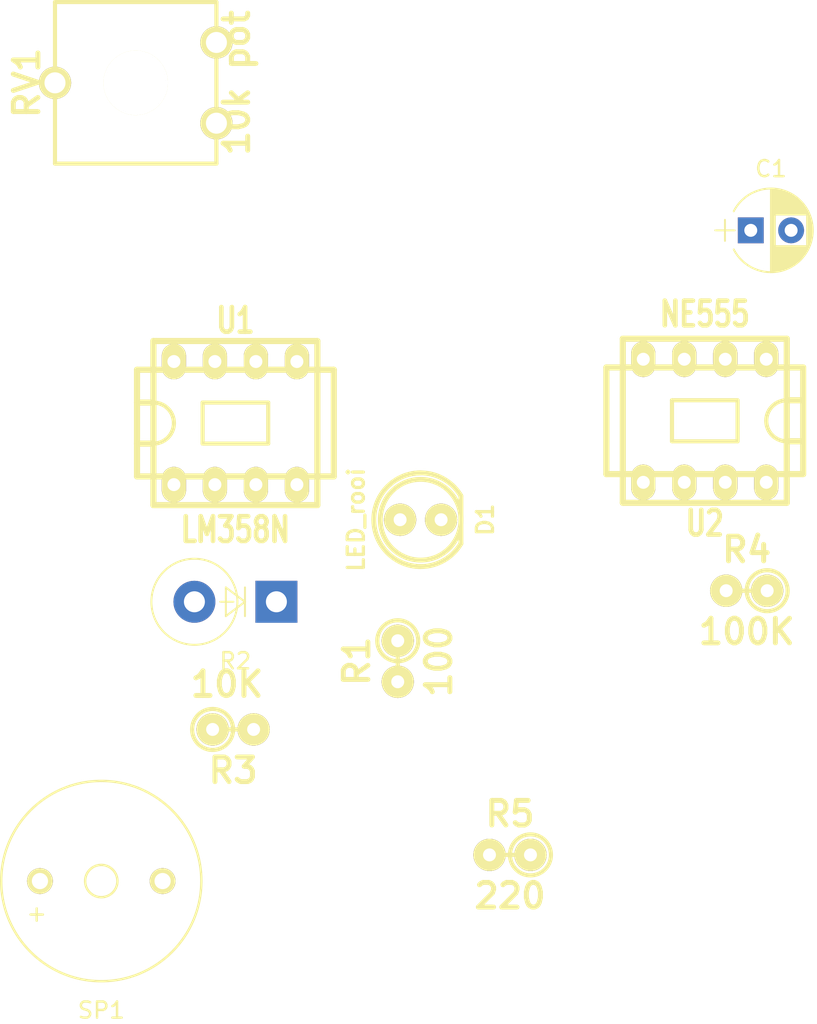
<source format=kicad_pcb>
(kicad_pcb (version 4) (host pcbnew 4.0.4-stable)

  (general
    (links 22)
    (no_connects 22)
    (area 109.18002 73.157739 159.783161 135.441)
    (thickness 1.6)
    (drawings 0)
    (tracks 0)
    (zones 0)
    (modules 11)
    (nets 11)
  )

  (page A4)
  (title_block
    (date 2018-04-28)
    (rev "0.1 20180428")
    (company "©2018 EasyLab4Kids")
    (comment 3 "Ontwerp: Michiel Erasmus")
  )

  (layers
    (0 F.Cu signal)
    (31 B.Cu signal)
    (32 B.Adhes user)
    (33 F.Adhes user)
    (34 B.Paste user)
    (35 F.Paste user)
    (36 B.SilkS user)
    (37 F.SilkS user)
    (38 B.Mask user)
    (39 F.Mask user)
    (40 Dwgs.User user)
    (41 Cmts.User user)
    (42 Eco1.User user)
    (43 Eco2.User user)
    (44 Edge.Cuts user)
    (45 Margin user)
    (46 B.CrtYd user)
    (47 F.CrtYd user)
    (48 B.Fab user)
    (49 F.Fab user)
  )

  (setup
    (last_trace_width 0.25)
    (trace_clearance 0.2)
    (zone_clearance 0.508)
    (zone_45_only no)
    (trace_min 0.2)
    (segment_width 0.2)
    (edge_width 0.15)
    (via_size 0.6)
    (via_drill 0.4)
    (via_min_size 0.4)
    (via_min_drill 0.3)
    (uvia_size 0.3)
    (uvia_drill 0.1)
    (uvias_allowed no)
    (uvia_min_size 0.2)
    (uvia_min_drill 0.1)
    (pcb_text_width 0.3)
    (pcb_text_size 1.5 1.5)
    (mod_edge_width 0.15)
    (mod_text_size 1 1)
    (mod_text_width 0.15)
    (pad_size 1.524 1.524)
    (pad_drill 0.762)
    (pad_to_mask_clearance 0.2)
    (aux_axis_origin 0 0)
    (visible_elements 7FFFFFFF)
    (pcbplotparams
      (layerselection 0x00030_80000001)
      (usegerberextensions false)
      (excludeedgelayer true)
      (linewidth 0.100000)
      (plotframeref false)
      (viasonmask false)
      (mode 1)
      (useauxorigin false)
      (hpglpennumber 1)
      (hpglpenspeed 20)
      (hpglpendiameter 15)
      (hpglpenoverlay 2)
      (psnegative false)
      (psa4output false)
      (plotreference true)
      (plotvalue true)
      (plotinvisibletext false)
      (padsonsilk false)
      (subtractmaskfromsilk false)
      (outputformat 1)
      (mirror false)
      (drillshape 1)
      (scaleselection 1)
      (outputdirectory ""))
  )

  (net 0 "")
  (net 1 "Net-(C1-Pad1)")
  (net 2 GND)
  (net 3 "Net-(D1-Pad1)")
  (net 4 +5V)
  (net 5 "Net-(R2-Pad2)")
  (net 6 "Net-(R5-Pad1)")
  (net 7 "Net-(R5-Pad2)")
  (net 8 "Net-(RV1-Pad2)")
  (net 9 "Net-(U1-Pad1)")
  (net 10 "Net-(U2-Pad5)")

  (net_class Default "Dit is de standaard class."
    (clearance 0.2)
    (trace_width 0.25)
    (via_dia 0.6)
    (via_drill 0.4)
    (uvia_dia 0.3)
    (uvia_drill 0.1)
    (add_net +5V)
    (add_net GND)
    (add_net "Net-(C1-Pad1)")
    (add_net "Net-(D1-Pad1)")
    (add_net "Net-(R2-Pad2)")
    (add_net "Net-(R5-Pad1)")
    (add_net "Net-(R5-Pad2)")
    (add_net "Net-(RV1-Pad2)")
    (add_net "Net-(U1-Pad1)")
    (add_net "Net-(U2-Pad5)")
  )

  (module Capacitors_ThroughHole:CP_Radial_D5.0mm_P2.50mm (layer F.Cu) (tedit 597BC7C2) (tstamp 5AE4C302)
    (at 155.45816 87.61984)
    (descr "CP, Radial series, Radial, pin pitch=2.50mm, , diameter=5mm, Electrolytic Capacitor")
    (tags "CP Radial series Radial pin pitch 2.50mm  diameter 5mm Electrolytic Capacitor")
    (path /5AE4CD11)
    (fp_text reference C1 (at 1.25 -3.81) (layer F.SilkS)
      (effects (font (size 1 1) (thickness 0.15)))
    )
    (fp_text value 10uF (at 1.25 3.81) (layer F.Fab)
      (effects (font (size 1 1) (thickness 0.15)))
    )
    (fp_arc (start 1.25 0) (end -1.05558 -1.18) (angle 125.8) (layer F.SilkS) (width 0.12))
    (fp_arc (start 1.25 0) (end -1.05558 1.18) (angle -125.8) (layer F.SilkS) (width 0.12))
    (fp_arc (start 1.25 0) (end 3.55558 -1.18) (angle 54.2) (layer F.SilkS) (width 0.12))
    (fp_circle (center 1.25 0) (end 3.75 0) (layer F.Fab) (width 0.1))
    (fp_line (start -2.2 0) (end -1 0) (layer F.Fab) (width 0.1))
    (fp_line (start -1.6 -0.65) (end -1.6 0.65) (layer F.Fab) (width 0.1))
    (fp_line (start 1.25 -2.55) (end 1.25 2.55) (layer F.SilkS) (width 0.12))
    (fp_line (start 1.29 -2.55) (end 1.29 2.55) (layer F.SilkS) (width 0.12))
    (fp_line (start 1.33 -2.549) (end 1.33 2.549) (layer F.SilkS) (width 0.12))
    (fp_line (start 1.37 -2.548) (end 1.37 2.548) (layer F.SilkS) (width 0.12))
    (fp_line (start 1.41 -2.546) (end 1.41 2.546) (layer F.SilkS) (width 0.12))
    (fp_line (start 1.45 -2.543) (end 1.45 2.543) (layer F.SilkS) (width 0.12))
    (fp_line (start 1.49 -2.539) (end 1.49 2.539) (layer F.SilkS) (width 0.12))
    (fp_line (start 1.53 -2.535) (end 1.53 -0.98) (layer F.SilkS) (width 0.12))
    (fp_line (start 1.53 0.98) (end 1.53 2.535) (layer F.SilkS) (width 0.12))
    (fp_line (start 1.57 -2.531) (end 1.57 -0.98) (layer F.SilkS) (width 0.12))
    (fp_line (start 1.57 0.98) (end 1.57 2.531) (layer F.SilkS) (width 0.12))
    (fp_line (start 1.61 -2.525) (end 1.61 -0.98) (layer F.SilkS) (width 0.12))
    (fp_line (start 1.61 0.98) (end 1.61 2.525) (layer F.SilkS) (width 0.12))
    (fp_line (start 1.65 -2.519) (end 1.65 -0.98) (layer F.SilkS) (width 0.12))
    (fp_line (start 1.65 0.98) (end 1.65 2.519) (layer F.SilkS) (width 0.12))
    (fp_line (start 1.69 -2.513) (end 1.69 -0.98) (layer F.SilkS) (width 0.12))
    (fp_line (start 1.69 0.98) (end 1.69 2.513) (layer F.SilkS) (width 0.12))
    (fp_line (start 1.73 -2.506) (end 1.73 -0.98) (layer F.SilkS) (width 0.12))
    (fp_line (start 1.73 0.98) (end 1.73 2.506) (layer F.SilkS) (width 0.12))
    (fp_line (start 1.77 -2.498) (end 1.77 -0.98) (layer F.SilkS) (width 0.12))
    (fp_line (start 1.77 0.98) (end 1.77 2.498) (layer F.SilkS) (width 0.12))
    (fp_line (start 1.81 -2.489) (end 1.81 -0.98) (layer F.SilkS) (width 0.12))
    (fp_line (start 1.81 0.98) (end 1.81 2.489) (layer F.SilkS) (width 0.12))
    (fp_line (start 1.85 -2.48) (end 1.85 -0.98) (layer F.SilkS) (width 0.12))
    (fp_line (start 1.85 0.98) (end 1.85 2.48) (layer F.SilkS) (width 0.12))
    (fp_line (start 1.89 -2.47) (end 1.89 -0.98) (layer F.SilkS) (width 0.12))
    (fp_line (start 1.89 0.98) (end 1.89 2.47) (layer F.SilkS) (width 0.12))
    (fp_line (start 1.93 -2.46) (end 1.93 -0.98) (layer F.SilkS) (width 0.12))
    (fp_line (start 1.93 0.98) (end 1.93 2.46) (layer F.SilkS) (width 0.12))
    (fp_line (start 1.971 -2.448) (end 1.971 -0.98) (layer F.SilkS) (width 0.12))
    (fp_line (start 1.971 0.98) (end 1.971 2.448) (layer F.SilkS) (width 0.12))
    (fp_line (start 2.011 -2.436) (end 2.011 -0.98) (layer F.SilkS) (width 0.12))
    (fp_line (start 2.011 0.98) (end 2.011 2.436) (layer F.SilkS) (width 0.12))
    (fp_line (start 2.051 -2.424) (end 2.051 -0.98) (layer F.SilkS) (width 0.12))
    (fp_line (start 2.051 0.98) (end 2.051 2.424) (layer F.SilkS) (width 0.12))
    (fp_line (start 2.091 -2.41) (end 2.091 -0.98) (layer F.SilkS) (width 0.12))
    (fp_line (start 2.091 0.98) (end 2.091 2.41) (layer F.SilkS) (width 0.12))
    (fp_line (start 2.131 -2.396) (end 2.131 -0.98) (layer F.SilkS) (width 0.12))
    (fp_line (start 2.131 0.98) (end 2.131 2.396) (layer F.SilkS) (width 0.12))
    (fp_line (start 2.171 -2.382) (end 2.171 -0.98) (layer F.SilkS) (width 0.12))
    (fp_line (start 2.171 0.98) (end 2.171 2.382) (layer F.SilkS) (width 0.12))
    (fp_line (start 2.211 -2.366) (end 2.211 -0.98) (layer F.SilkS) (width 0.12))
    (fp_line (start 2.211 0.98) (end 2.211 2.366) (layer F.SilkS) (width 0.12))
    (fp_line (start 2.251 -2.35) (end 2.251 -0.98) (layer F.SilkS) (width 0.12))
    (fp_line (start 2.251 0.98) (end 2.251 2.35) (layer F.SilkS) (width 0.12))
    (fp_line (start 2.291 -2.333) (end 2.291 -0.98) (layer F.SilkS) (width 0.12))
    (fp_line (start 2.291 0.98) (end 2.291 2.333) (layer F.SilkS) (width 0.12))
    (fp_line (start 2.331 -2.315) (end 2.331 -0.98) (layer F.SilkS) (width 0.12))
    (fp_line (start 2.331 0.98) (end 2.331 2.315) (layer F.SilkS) (width 0.12))
    (fp_line (start 2.371 -2.296) (end 2.371 -0.98) (layer F.SilkS) (width 0.12))
    (fp_line (start 2.371 0.98) (end 2.371 2.296) (layer F.SilkS) (width 0.12))
    (fp_line (start 2.411 -2.276) (end 2.411 -0.98) (layer F.SilkS) (width 0.12))
    (fp_line (start 2.411 0.98) (end 2.411 2.276) (layer F.SilkS) (width 0.12))
    (fp_line (start 2.451 -2.256) (end 2.451 -0.98) (layer F.SilkS) (width 0.12))
    (fp_line (start 2.451 0.98) (end 2.451 2.256) (layer F.SilkS) (width 0.12))
    (fp_line (start 2.491 -2.234) (end 2.491 -0.98) (layer F.SilkS) (width 0.12))
    (fp_line (start 2.491 0.98) (end 2.491 2.234) (layer F.SilkS) (width 0.12))
    (fp_line (start 2.531 -2.212) (end 2.531 -0.98) (layer F.SilkS) (width 0.12))
    (fp_line (start 2.531 0.98) (end 2.531 2.212) (layer F.SilkS) (width 0.12))
    (fp_line (start 2.571 -2.189) (end 2.571 -0.98) (layer F.SilkS) (width 0.12))
    (fp_line (start 2.571 0.98) (end 2.571 2.189) (layer F.SilkS) (width 0.12))
    (fp_line (start 2.611 -2.165) (end 2.611 -0.98) (layer F.SilkS) (width 0.12))
    (fp_line (start 2.611 0.98) (end 2.611 2.165) (layer F.SilkS) (width 0.12))
    (fp_line (start 2.651 -2.14) (end 2.651 -0.98) (layer F.SilkS) (width 0.12))
    (fp_line (start 2.651 0.98) (end 2.651 2.14) (layer F.SilkS) (width 0.12))
    (fp_line (start 2.691 -2.113) (end 2.691 -0.98) (layer F.SilkS) (width 0.12))
    (fp_line (start 2.691 0.98) (end 2.691 2.113) (layer F.SilkS) (width 0.12))
    (fp_line (start 2.731 -2.086) (end 2.731 -0.98) (layer F.SilkS) (width 0.12))
    (fp_line (start 2.731 0.98) (end 2.731 2.086) (layer F.SilkS) (width 0.12))
    (fp_line (start 2.771 -2.058) (end 2.771 -0.98) (layer F.SilkS) (width 0.12))
    (fp_line (start 2.771 0.98) (end 2.771 2.058) (layer F.SilkS) (width 0.12))
    (fp_line (start 2.811 -2.028) (end 2.811 -0.98) (layer F.SilkS) (width 0.12))
    (fp_line (start 2.811 0.98) (end 2.811 2.028) (layer F.SilkS) (width 0.12))
    (fp_line (start 2.851 -1.997) (end 2.851 -0.98) (layer F.SilkS) (width 0.12))
    (fp_line (start 2.851 0.98) (end 2.851 1.997) (layer F.SilkS) (width 0.12))
    (fp_line (start 2.891 -1.965) (end 2.891 -0.98) (layer F.SilkS) (width 0.12))
    (fp_line (start 2.891 0.98) (end 2.891 1.965) (layer F.SilkS) (width 0.12))
    (fp_line (start 2.931 -1.932) (end 2.931 -0.98) (layer F.SilkS) (width 0.12))
    (fp_line (start 2.931 0.98) (end 2.931 1.932) (layer F.SilkS) (width 0.12))
    (fp_line (start 2.971 -1.897) (end 2.971 -0.98) (layer F.SilkS) (width 0.12))
    (fp_line (start 2.971 0.98) (end 2.971 1.897) (layer F.SilkS) (width 0.12))
    (fp_line (start 3.011 -1.861) (end 3.011 -0.98) (layer F.SilkS) (width 0.12))
    (fp_line (start 3.011 0.98) (end 3.011 1.861) (layer F.SilkS) (width 0.12))
    (fp_line (start 3.051 -1.823) (end 3.051 -0.98) (layer F.SilkS) (width 0.12))
    (fp_line (start 3.051 0.98) (end 3.051 1.823) (layer F.SilkS) (width 0.12))
    (fp_line (start 3.091 -1.783) (end 3.091 -0.98) (layer F.SilkS) (width 0.12))
    (fp_line (start 3.091 0.98) (end 3.091 1.783) (layer F.SilkS) (width 0.12))
    (fp_line (start 3.131 -1.742) (end 3.131 -0.98) (layer F.SilkS) (width 0.12))
    (fp_line (start 3.131 0.98) (end 3.131 1.742) (layer F.SilkS) (width 0.12))
    (fp_line (start 3.171 -1.699) (end 3.171 -0.98) (layer F.SilkS) (width 0.12))
    (fp_line (start 3.171 0.98) (end 3.171 1.699) (layer F.SilkS) (width 0.12))
    (fp_line (start 3.211 -1.654) (end 3.211 -0.98) (layer F.SilkS) (width 0.12))
    (fp_line (start 3.211 0.98) (end 3.211 1.654) (layer F.SilkS) (width 0.12))
    (fp_line (start 3.251 -1.606) (end 3.251 -0.98) (layer F.SilkS) (width 0.12))
    (fp_line (start 3.251 0.98) (end 3.251 1.606) (layer F.SilkS) (width 0.12))
    (fp_line (start 3.291 -1.556) (end 3.291 -0.98) (layer F.SilkS) (width 0.12))
    (fp_line (start 3.291 0.98) (end 3.291 1.556) (layer F.SilkS) (width 0.12))
    (fp_line (start 3.331 -1.504) (end 3.331 -0.98) (layer F.SilkS) (width 0.12))
    (fp_line (start 3.331 0.98) (end 3.331 1.504) (layer F.SilkS) (width 0.12))
    (fp_line (start 3.371 -1.448) (end 3.371 -0.98) (layer F.SilkS) (width 0.12))
    (fp_line (start 3.371 0.98) (end 3.371 1.448) (layer F.SilkS) (width 0.12))
    (fp_line (start 3.411 -1.39) (end 3.411 -0.98) (layer F.SilkS) (width 0.12))
    (fp_line (start 3.411 0.98) (end 3.411 1.39) (layer F.SilkS) (width 0.12))
    (fp_line (start 3.451 -1.327) (end 3.451 -0.98) (layer F.SilkS) (width 0.12))
    (fp_line (start 3.451 0.98) (end 3.451 1.327) (layer F.SilkS) (width 0.12))
    (fp_line (start 3.491 -1.261) (end 3.491 1.261) (layer F.SilkS) (width 0.12))
    (fp_line (start 3.531 -1.189) (end 3.531 1.189) (layer F.SilkS) (width 0.12))
    (fp_line (start 3.571 -1.112) (end 3.571 1.112) (layer F.SilkS) (width 0.12))
    (fp_line (start 3.611 -1.028) (end 3.611 1.028) (layer F.SilkS) (width 0.12))
    (fp_line (start 3.651 -0.934) (end 3.651 0.934) (layer F.SilkS) (width 0.12))
    (fp_line (start 3.691 -0.829) (end 3.691 0.829) (layer F.SilkS) (width 0.12))
    (fp_line (start 3.731 -0.707) (end 3.731 0.707) (layer F.SilkS) (width 0.12))
    (fp_line (start 3.771 -0.559) (end 3.771 0.559) (layer F.SilkS) (width 0.12))
    (fp_line (start 3.811 -0.354) (end 3.811 0.354) (layer F.SilkS) (width 0.12))
    (fp_line (start -2.2 0) (end -1 0) (layer F.SilkS) (width 0.12))
    (fp_line (start -1.6 -0.65) (end -1.6 0.65) (layer F.SilkS) (width 0.12))
    (fp_line (start -1.6 -2.85) (end -1.6 2.85) (layer F.CrtYd) (width 0.05))
    (fp_line (start -1.6 2.85) (end 4.1 2.85) (layer F.CrtYd) (width 0.05))
    (fp_line (start 4.1 2.85) (end 4.1 -2.85) (layer F.CrtYd) (width 0.05))
    (fp_line (start 4.1 -2.85) (end -1.6 -2.85) (layer F.CrtYd) (width 0.05))
    (fp_text user %R (at 1.25 0) (layer F.Fab)
      (effects (font (size 1 1) (thickness 0.15)))
    )
    (pad 1 thru_hole rect (at 0 0) (size 1.6 1.6) (drill 0.8) (layers *.Cu *.Mask)
      (net 1 "Net-(C1-Pad1)"))
    (pad 2 thru_hole circle (at 2.5 0) (size 1.6 1.6) (drill 0.8) (layers *.Cu *.Mask)
      (net 2 GND))
    (model ${KISYS3DMOD}/Capacitors_THT.3dshapes/CP_Radial_D5.0mm_P2.50mm.wrl
      (at (xyz 0 0 0))
      (scale (xyz 1 1 1))
      (rotate (xyz 0 0 0))
    )
  )

  (module w_indicators:led_5mm_red (layer F.Cu) (tedit 0) (tstamp 5AE4C308)
    (at 135.001 105.537 90)
    (descr "5mm red led")
    (tags led)
    (path /5AE4E45C)
    (fp_text reference D1 (at 0 4 90) (layer F.SilkS)
      (effects (font (size 1 1) (thickness 0.2)))
    )
    (fp_text value LED_rooi (at 0 -4 90) (layer F.SilkS)
      (effects (font (size 1 1) (thickness 0.2)))
    )
    (fp_line (start -1.47066 2.49936) (end 1.47066 2.49936) (layer F.SilkS) (width 0.29972))
    (fp_arc (start 0 0) (end 2.4892 -1.49098) (angle 90) (layer F.SilkS) (width 0.29972))
    (fp_arc (start 0 0) (end -1.47066 2.49936) (angle 90) (layer F.SilkS) (width 0.29972))
    (fp_arc (start 0 0) (end 0 -2.90068) (angle 90) (layer F.SilkS) (width 0.29972))
    (fp_arc (start 0 0) (end -2.90068 0) (angle 90) (layer F.SilkS) (width 0.29972))
    (fp_circle (center 0 0) (end -2.49936 0) (layer F.SilkS) (width 0.29972))
    (pad 1 thru_hole circle (at 0 -1.27 90) (size 1.99898 1.99898) (drill 0.8001) (layers *.Cu *.Mask F.SilkS)
      (net 3 "Net-(D1-Pad1)"))
    (pad 2 thru_hole circle (at 0 1.27 90) (size 1.99898 1.99898) (drill 0.8001) (layers *.Cu *.Mask F.SilkS)
      (net 4 +5V))
    (model walter/indicators/led_5mm_red.wrl
      (at (xyz 0 0 0))
      (scale (xyz 1 1 1))
      (rotate (xyz 0 0 0))
    )
  )

  (module w_pth_resistors:rc05_vert (layer F.Cu) (tedit 0) (tstamp 5AE4C30E)
    (at 133.58368 114.3 270)
    (descr "Resistor, RC05 vertical")
    (path /5AE4E5F6)
    (fp_text reference R1 (at 0 2.54 270) (layer F.SilkS)
      (effects (font (thickness 0.3048)))
    )
    (fp_text value 100 (at 0 -2.54 270) (layer F.SilkS)
      (effects (font (thickness 0.3048)))
    )
    (fp_line (start -1.27 0) (end 1.27 0) (layer F.SilkS) (width 0.254))
    (fp_circle (center -1.27 0) (end 0 0) (layer F.SilkS) (width 0.254))
    (pad 1 thru_hole circle (at -1.27 0 270) (size 1.99898 1.99898) (drill 0.8001) (layers *.Cu *.Mask F.SilkS)
      (net 3 "Net-(D1-Pad1)"))
    (pad 2 thru_hole circle (at 1.27 0 270) (size 1.99898 1.99898) (drill 0.8001) (layers *.Cu *.Mask F.SilkS)
      (net 2 GND))
    (model walter/pth_resistors/rc05vert.wrl
      (at (xyz 0 0 0))
      (scale (xyz 1 1 1))
      (rotate (xyz 0 0 0))
    )
  )

  (module Diodes_ThroughHole:D_DO-201_P5.08mm_Vertical_KathodeUp (layer F.Cu) (tedit 5AE4CC29) (tstamp 5AE4C314)
    (at 126.06528 110.617 180)
    (descr "D, DO-201 series, Axial, Vertical, pin pitch=5.08mm, , length*diameter=9.53*5.21mm^2, , http://www.diodes.com/_files/packages/DO-201.pdf")
    (tags "D DO-201 series Axial Vertical pin pitch 5.08mm  length 9.53mm diameter 5.21mm")
    (path /5AE4B0C4)
    (fp_text reference R2 (at 2.54 -3.665 180) (layer F.SilkS)
      (effects (font (size 1 1) (thickness 0.15)))
    )
    (fp_text value Photores (at 2.57048 3.74396 180) (layer F.Fab)
      (effects (font (size 1 1) (thickness 0.15)))
    )
    (fp_text user K (at -2 0 180) (layer F.Fab)
      (effects (font (size 1 1) (thickness 0.15)))
    )
    (fp_text user %R (at 2.54 0 180) (layer F.Fab)
      (effects (font (size 1 1) (thickness 0.15)))
    )
    (fp_line (start 0 0) (end 5.08 0) (layer F.Fab) (width 0.1))
    (fp_line (start 2.665 0) (end 3.48 0) (layer F.SilkS) (width 0.12))
    (fp_line (start 1.947333 -0.889) (end 1.947333 0.889) (layer F.SilkS) (width 0.12))
    (fp_line (start 1.947333 0) (end 3.132667 -0.889) (layer F.SilkS) (width 0.12))
    (fp_line (start 3.132667 -0.889) (end 3.132667 0.889) (layer F.SilkS) (width 0.12))
    (fp_line (start 3.132667 0.889) (end 1.947333 0) (layer F.SilkS) (width 0.12))
    (fp_line (start -1.65 -2.95) (end -1.65 2.95) (layer F.CrtYd) (width 0.05))
    (fp_line (start -1.65 2.95) (end 8 2.95) (layer F.CrtYd) (width 0.05))
    (fp_line (start 8 2.95) (end 8 -2.95) (layer F.CrtYd) (width 0.05))
    (fp_line (start 8 -2.95) (end -1.65 -2.95) (layer F.CrtYd) (width 0.05))
    (fp_circle (center 5.08 0) (end 7.685 0) (layer F.Fab) (width 0.1))
    (fp_circle (center 5.08 0) (end 7.745 0) (layer F.SilkS) (width 0.12))
    (pad 1 thru_hole rect (at 0 0 180) (size 2.6 2.6) (drill 1.3) (layers *.Cu *.Mask)
      (net 4 +5V))
    (pad 2 thru_hole oval (at 5.08 0 180) (size 2.6 2.6) (drill 1.3) (layers *.Cu *.Mask)
      (net 5 "Net-(R2-Pad2)"))
    (model ${KISYS3DMOD}/Diodes_THT.3dshapes/D_DO-201_P5.08mm_Vertical_KathodeUp.wrl
      (at (xyz 0 0 0))
      (scale (xyz 0.393701 0.393701 0.393701))
      (rotate (xyz 0 0 0))
    )
  )

  (module w_pth_resistors:rc05_vert (layer F.Cu) (tedit 5AE4C789) (tstamp 5AE4C31A)
    (at 123.38304 118.52148)
    (descr "Resistor, RC05 vertical")
    (path /5AE4B3FE)
    (fp_text reference R3 (at 0 2.54) (layer F.SilkS)
      (effects (font (thickness 0.3048)))
    )
    (fp_text value 10K (at -0.381 -2.794) (layer F.SilkS)
      (effects (font (thickness 0.3048)))
    )
    (fp_line (start -1.27 0) (end 1.27 0) (layer F.SilkS) (width 0.254))
    (fp_circle (center -1.27 0) (end 0 0) (layer F.SilkS) (width 0.254))
    (pad 1 thru_hole circle (at -1.27 0) (size 1.99898 1.99898) (drill 0.8001) (layers *.Cu *.Mask F.SilkS)
      (net 5 "Net-(R2-Pad2)"))
    (pad 2 thru_hole circle (at 1.27 0) (size 1.99898 1.99898) (drill 0.8001) (layers *.Cu *.Mask F.SilkS)
      (net 2 GND))
    (model walter/pth_resistors/rc05vert.wrl
      (at (xyz 0 0 0))
      (scale (xyz 1 1 1))
      (rotate (xyz 0 0 0))
    )
  )

  (module w_pth_resistors:rc05_vert (layer F.Cu) (tedit 0) (tstamp 5AE4C320)
    (at 155.20416 109.9312 180)
    (descr "Resistor, RC05 vertical")
    (path /5AE4C809)
    (fp_text reference R4 (at 0 2.54 180) (layer F.SilkS)
      (effects (font (thickness 0.3048)))
    )
    (fp_text value 100K (at 0 -2.54 180) (layer F.SilkS)
      (effects (font (thickness 0.3048)))
    )
    (fp_line (start -1.27 0) (end 1.27 0) (layer F.SilkS) (width 0.254))
    (fp_circle (center -1.27 0) (end 0 0) (layer F.SilkS) (width 0.254))
    (pad 1 thru_hole circle (at -1.27 0 180) (size 1.99898 1.99898) (drill 0.8001) (layers *.Cu *.Mask F.SilkS)
      (net 4 +5V))
    (pad 2 thru_hole circle (at 1.27 0 180) (size 1.99898 1.99898) (drill 0.8001) (layers *.Cu *.Mask F.SilkS)
      (net 1 "Net-(C1-Pad1)"))
    (model walter/pth_resistors/rc05vert.wrl
      (at (xyz 0 0 0))
      (scale (xyz 1 1 1))
      (rotate (xyz 0 0 0))
    )
  )

  (module w_pth_resistors:rc05_vert (layer F.Cu) (tedit 0) (tstamp 5AE4C326)
    (at 140.5382 126.2888 180)
    (descr "Resistor, RC05 vertical")
    (path /5AE4C8DA)
    (fp_text reference R5 (at 0 2.54 180) (layer F.SilkS)
      (effects (font (thickness 0.3048)))
    )
    (fp_text value 220 (at 0 -2.54 180) (layer F.SilkS)
      (effects (font (thickness 0.3048)))
    )
    (fp_line (start -1.27 0) (end 1.27 0) (layer F.SilkS) (width 0.254))
    (fp_circle (center -1.27 0) (end 0 0) (layer F.SilkS) (width 0.254))
    (pad 1 thru_hole circle (at -1.27 0 180) (size 1.99898 1.99898) (drill 0.8001) (layers *.Cu *.Mask F.SilkS)
      (net 6 "Net-(R5-Pad1)"))
    (pad 2 thru_hole circle (at 1.27 0 180) (size 1.99898 1.99898) (drill 0.8001) (layers *.Cu *.Mask F.SilkS)
      (net 7 "Net-(R5-Pad2)"))
    (model walter/pth_resistors/rc05vert.wrl
      (at (xyz 0 0 0))
      (scale (xyz 1 1 1))
      (rotate (xyz 0 0 0))
    )
  )

  (module w_pth_circuits:dil_8-300_socket (layer F.Cu) (tedit 0) (tstamp 5AE4C33F)
    (at 123.52528 99.55276)
    (descr "IC, DIL8 x 0,3\", with socket")
    (tags DIL)
    (path /5AE4B043)
    (fp_text reference U1 (at 0 -6.35) (layer F.SilkS)
      (effects (font (size 1.524 1.143) (thickness 0.28702)))
    )
    (fp_text value LM358N (at 0 6.604) (layer F.SilkS)
      (effects (font (size 1.524 1.143) (thickness 0.28702)))
    )
    (fp_line (start 2.032 1.27) (end -2.032 1.27) (layer F.SilkS) (width 0.254))
    (fp_line (start -2.032 -1.27) (end 2.032 -1.27) (layer F.SilkS) (width 0.254))
    (fp_line (start 5.08 5.08) (end -5.08 5.08) (layer F.SilkS) (width 0.381))
    (fp_line (start -6.096 3.302) (end 6.096 3.302) (layer F.SilkS) (width 0.381))
    (fp_line (start 5.08 -5.08) (end -5.08 -5.08) (layer F.SilkS) (width 0.381))
    (fp_line (start -6.096 -3.302) (end 6.096 -3.302) (layer F.SilkS) (width 0.381))
    (fp_arc (start -5.08 0) (end -5.08 -1.27) (angle 90) (layer F.SilkS) (width 0.254))
    (fp_arc (start -5.08 0) (end -3.81 0) (angle 90) (layer F.SilkS) (width 0.254))
    (fp_line (start -5.08 1.27) (end -6.096 1.27) (layer F.SilkS) (width 0.381))
    (fp_line (start -5.08 -1.27) (end -6.096 -1.27) (layer F.SilkS) (width 0.381))
    (fp_line (start -2.032 -1.27) (end -2.032 1.27) (layer F.SilkS) (width 0.254))
    (fp_line (start 2.032 1.27) (end 2.032 -1.27) (layer F.SilkS) (width 0.254))
    (fp_line (start 5.08 -5.08) (end 5.08 5.08) (layer F.SilkS) (width 0.381))
    (fp_line (start -5.08 5.08) (end -5.08 -5.08) (layer F.SilkS) (width 0.381))
    (fp_line (start 6.096 -3.302) (end 6.096 3.302) (layer F.SilkS) (width 0.381))
    (fp_line (start -6.096 3.302) (end -6.096 -3.302) (layer F.SilkS) (width 0.381))
    (pad 1 thru_hole oval (at -3.81 3.81) (size 1.50114 2.19964) (drill 0.8001) (layers *.Cu *.Mask F.SilkS)
      (net 9 "Net-(U1-Pad1)"))
    (pad 2 thru_hole oval (at -1.27 3.81) (size 1.50114 2.19964) (drill 0.8001) (layers *.Cu *.Mask F.SilkS)
      (net 8 "Net-(RV1-Pad2)"))
    (pad 3 thru_hole oval (at 1.27 3.81) (size 1.50114 2.19964) (drill 0.8001) (layers *.Cu *.Mask F.SilkS)
      (net 5 "Net-(R2-Pad2)"))
    (pad 4 thru_hole oval (at 3.81 3.81) (size 1.50114 2.19964) (drill 0.8001) (layers *.Cu *.Mask F.SilkS)
      (net 2 GND))
    (pad 5 thru_hole oval (at 3.81 -3.81) (size 1.50114 2.19964) (drill 0.8001) (layers *.Cu *.Mask F.SilkS))
    (pad 6 thru_hole oval (at 1.27 -3.81) (size 1.50114 2.19964) (drill 0.8001) (layers *.Cu *.Mask F.SilkS))
    (pad 7 thru_hole oval (at -1.27 -3.81) (size 1.50114 2.19964) (drill 0.8001) (layers *.Cu *.Mask F.SilkS))
    (pad 8 thru_hole oval (at -3.81 -3.81) (size 1.50114 2.19964) (drill 0.8001) (layers *.Cu *.Mask F.SilkS)
      (net 4 +5V))
    (model walter/pth_circuits/dil_8-300_socket.wrl
      (at (xyz 0 0 0))
      (scale (xyz 1 1 1))
      (rotate (xyz 0 0 0))
    )
  )

  (module w_pth_circuits:dil_8-300_socket (layer F.Cu) (tedit 0) (tstamp 5AE4C34B)
    (at 152.60828 99.41052 180)
    (descr "IC, DIL8 x 0,3\", with socket")
    (tags DIL)
    (path /5AE4AF35)
    (fp_text reference U2 (at 0 -6.35 180) (layer F.SilkS)
      (effects (font (size 1.524 1.143) (thickness 0.28702)))
    )
    (fp_text value NE555 (at 0 6.604 180) (layer F.SilkS)
      (effects (font (size 1.524 1.143) (thickness 0.28702)))
    )
    (fp_line (start 2.032 1.27) (end -2.032 1.27) (layer F.SilkS) (width 0.254))
    (fp_line (start -2.032 -1.27) (end 2.032 -1.27) (layer F.SilkS) (width 0.254))
    (fp_line (start 5.08 5.08) (end -5.08 5.08) (layer F.SilkS) (width 0.381))
    (fp_line (start -6.096 3.302) (end 6.096 3.302) (layer F.SilkS) (width 0.381))
    (fp_line (start 5.08 -5.08) (end -5.08 -5.08) (layer F.SilkS) (width 0.381))
    (fp_line (start -6.096 -3.302) (end 6.096 -3.302) (layer F.SilkS) (width 0.381))
    (fp_arc (start -5.08 0) (end -5.08 -1.27) (angle 90) (layer F.SilkS) (width 0.254))
    (fp_arc (start -5.08 0) (end -3.81 0) (angle 90) (layer F.SilkS) (width 0.254))
    (fp_line (start -5.08 1.27) (end -6.096 1.27) (layer F.SilkS) (width 0.381))
    (fp_line (start -5.08 -1.27) (end -6.096 -1.27) (layer F.SilkS) (width 0.381))
    (fp_line (start -2.032 -1.27) (end -2.032 1.27) (layer F.SilkS) (width 0.254))
    (fp_line (start 2.032 1.27) (end 2.032 -1.27) (layer F.SilkS) (width 0.254))
    (fp_line (start 5.08 -5.08) (end 5.08 5.08) (layer F.SilkS) (width 0.381))
    (fp_line (start -5.08 5.08) (end -5.08 -5.08) (layer F.SilkS) (width 0.381))
    (fp_line (start 6.096 -3.302) (end 6.096 3.302) (layer F.SilkS) (width 0.381))
    (fp_line (start -6.096 3.302) (end -6.096 -3.302) (layer F.SilkS) (width 0.381))
    (pad 1 thru_hole oval (at -3.81 3.81 180) (size 1.50114 2.19964) (drill 0.8001) (layers *.Cu *.Mask F.SilkS)
      (net 2 GND))
    (pad 2 thru_hole oval (at -1.27 3.81 180) (size 1.50114 2.19964) (drill 0.8001) (layers *.Cu *.Mask F.SilkS)
      (net 9 "Net-(U1-Pad1)"))
    (pad 3 thru_hole oval (at 1.27 3.81 180) (size 1.50114 2.19964) (drill 0.8001) (layers *.Cu *.Mask F.SilkS)
      (net 6 "Net-(R5-Pad1)"))
    (pad 4 thru_hole oval (at 3.81 3.81 180) (size 1.50114 2.19964) (drill 0.8001) (layers *.Cu *.Mask F.SilkS)
      (net 4 +5V))
    (pad 5 thru_hole oval (at 3.81 -3.81 180) (size 1.50114 2.19964) (drill 0.8001) (layers *.Cu *.Mask F.SilkS)
      (net 10 "Net-(U2-Pad5)"))
    (pad 6 thru_hole oval (at 1.27 -3.81 180) (size 1.50114 2.19964) (drill 0.8001) (layers *.Cu *.Mask F.SilkS)
      (net 1 "Net-(C1-Pad1)"))
    (pad 7 thru_hole oval (at -1.27 -3.81 180) (size 1.50114 2.19964) (drill 0.8001) (layers *.Cu *.Mask F.SilkS)
      (net 1 "Net-(C1-Pad1)"))
    (pad 8 thru_hole oval (at -3.81 -3.81 180) (size 1.50114 2.19964) (drill 0.8001) (layers *.Cu *.Mask F.SilkS)
      (net 4 +5V))
    (model walter/pth_circuits/dil_8-300_socket.wrl
      (at (xyz 0 0 0))
      (scale (xyz 1 1 1))
      (rotate (xyz 0 0 0))
    )
  )

  (module Buzzers_Beepers:MagneticBuzzer_ProSignal_ABI-009-RC (layer F.Cu) (tedit 544E363A) (tstamp 5AE4C74A)
    (at 119.0244 127.90932 180)
    (descr "Buzzer, Elektromagnetic Beeper, Summer, 6V-DC,")
    (tags "Pro Signal, ABI-009-RC,")
    (path /5AE4AF90)
    (fp_text reference SP1 (at 3.81 -8.001 180) (layer F.SilkS)
      (effects (font (size 1 1) (thickness 0.15)))
    )
    (fp_text value SPEAKER (at 2.80924 8.001 180) (layer F.Fab)
      (effects (font (size 1 1) (thickness 0.15)))
    )
    (fp_circle (center 3.81 0) (end 4.81076 0) (layer F.SilkS) (width 0.15))
    (fp_text user + (at 7.8105 -1.99898 180) (layer F.SilkS)
      (effects (font (size 1 1) (thickness 0.15)))
    )
    (fp_circle (center 3.81 0) (end 10.01014 0) (layer F.SilkS) (width 0.15))
    (pad 1 thru_hole circle (at 0.01016 0 180) (size 1.6002 1.6002) (drill 1.00076) (layers *.Cu *.Mask F.SilkS)
      (net 7 "Net-(R5-Pad2)"))
    (pad 2 thru_hole circle (at 7.60984 0 180) (size 1.6002 1.6002) (drill 1.00076) (layers *.Cu *.Mask F.SilkS)
      (net 2 GND))
    (model Buzzers_Beepers.3dshapes/MagneticBuzzer_ProSignal_ABI-009-RC.wrl
      (at (xyz 0 0 0))
      (scale (xyz 1 1 1))
      (rotate (xyz 0 0 0))
    )
  )

  (module w_pth_resistors:trimmer_ecp_ca9-v10 (layer F.Cu) (tedit 0) (tstamp 5AE4CBEF)
    (at 117.348 78.486 270)
    (descr "trimmer, ECP CA9 V10")
    (tags trimmer)
    (path /5AE4B6A8)
    (fp_text reference RV1 (at 0 6.74878 270) (layer F.SilkS)
      (effects (font (thickness 0.3048)))
    )
    (fp_text value "10k pot" (at 0 -6.25094 270) (layer F.SilkS)
      (effects (font (thickness 0.3048)))
    )
    (fp_line (start 0.50038 0.24892) (end 0.50038 1.00076) (layer F.SilkS) (width 0.254))
    (fp_line (start 0.50038 1.00076) (end -0.50038 1.00076) (layer F.SilkS) (width 0.254))
    (fp_line (start -0.50038 1.00076) (end -0.50038 0.24892) (layer F.SilkS) (width 0.254))
    (fp_line (start -0.50038 -0.24892) (end -0.50038 -1.00076) (layer F.SilkS) (width 0.254))
    (fp_line (start -0.50038 -1.00076) (end 0.50038 -1.00076) (layer F.SilkS) (width 0.254))
    (fp_line (start 0.50038 -1.00076) (end 0.50038 -0.24892) (layer F.SilkS) (width 0.254))
    (fp_line (start 0.50038 -0.24892) (end 1.00076 -0.24892) (layer F.SilkS) (width 0.254))
    (fp_line (start 1.00076 -0.24892) (end 0.50038 0.24892) (layer F.SilkS) (width 0.254))
    (fp_line (start -0.50038 0.24892) (end -1.00076 -0.24892) (layer F.SilkS) (width 0.254))
    (fp_line (start -1.00076 -0.24892) (end -0.50038 -0.24892) (layer F.SilkS) (width 0.254))
    (fp_circle (center 0 0) (end -1.50114 0) (layer F.SilkS) (width 0.254))
    (fp_line (start -5.00126 -5.00126) (end -5.00126 5.00126) (layer F.SilkS) (width 0.254))
    (fp_line (start -5.00126 5.00126) (end 5.00126 5.00126) (layer F.SilkS) (width 0.254))
    (fp_line (start 5.00126 5.00126) (end 5.00126 -5.00126) (layer F.SilkS) (width 0.254))
    (fp_line (start 5.00126 -5.00126) (end -5.00126 -5.00126) (layer F.SilkS) (width 0.254))
    (pad 1 thru_hole circle (at 2.49936 -5.00126 270) (size 1.99898 1.99898) (drill 1.30048) (layers *.Cu *.Mask F.SilkS)
      (net 4 +5V))
    (pad 2 thru_hole circle (at 0 5.00126 270) (size 1.99898 1.99898) (drill 1.30048) (layers *.Cu *.Mask F.SilkS)
      (net 8 "Net-(RV1-Pad2)"))
    (pad 3 thru_hole circle (at -2.49936 -5.00126 270) (size 1.99898 1.99898) (drill 1.30048) (layers *.Cu *.Mask F.SilkS)
      (net 2 GND))
    (pad "" np_thru_hole circle (at 0 0 270) (size 4.0005 4.0005) (drill 4.0005) (layers *.Cu *.Mask F.SilkS))
    (model walter/pth_resistors/trimmer_ecp_ca9-v10.wrl
      (at (xyz 0 0 0))
      (scale (xyz 1 1 1))
      (rotate (xyz 0 0 0))
    )
  )

)

</source>
